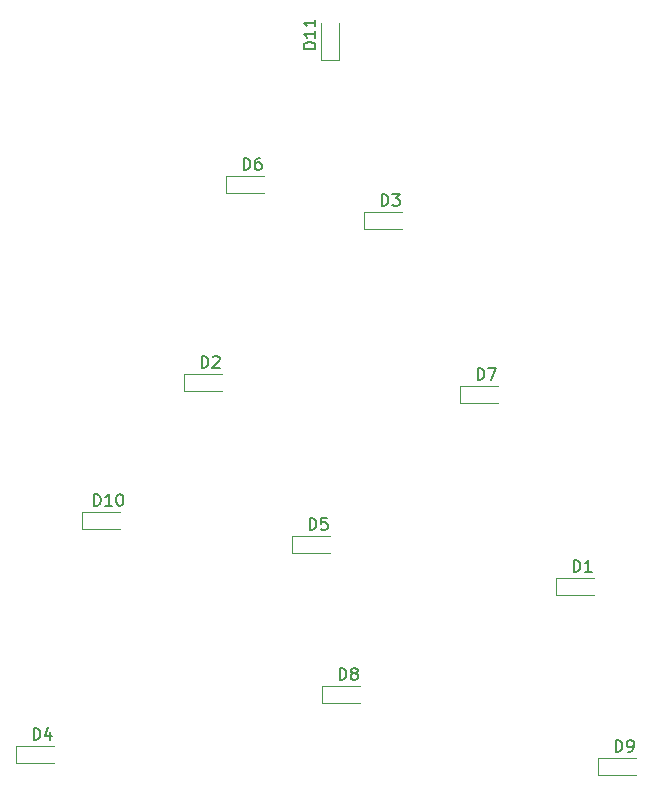
<source format=gbr>
%TF.GenerationSoftware,KiCad,Pcbnew,5.1.8-db9833491~88~ubuntu18.04.1*%
%TF.CreationDate,2020-11-25T20:35:17-08:00*%
%TF.ProjectId,xmas_ornament_2020,786d6173-5f6f-4726-9e61-6d656e745f32,rev?*%
%TF.SameCoordinates,Original*%
%TF.FileFunction,Legend,Top*%
%TF.FilePolarity,Positive*%
%FSLAX46Y46*%
G04 Gerber Fmt 4.6, Leading zero omitted, Abs format (unit mm)*
G04 Created by KiCad (PCBNEW 5.1.8-db9833491~88~ubuntu18.04.1) date 2020-11-25 20:35:17*
%MOMM*%
%LPD*%
G01*
G04 APERTURE LIST*
%ADD10C,0.120000*%
%ADD11C,0.150000*%
G04 APERTURE END LIST*
D10*
%TO.C,D1*%
X111236000Y-104382000D02*
X108036000Y-104382000D01*
X108036000Y-102882000D02*
X111236000Y-102882000D01*
X108036000Y-102882000D02*
X108036000Y-104382000D01*
%TO.C,D2*%
X79740000Y-87110000D02*
X76540000Y-87110000D01*
X76540000Y-85610000D02*
X79740000Y-85610000D01*
X76540000Y-85610000D02*
X76540000Y-87110000D01*
%TO.C,D3*%
X94980000Y-73394000D02*
X91780000Y-73394000D01*
X91780000Y-71894000D02*
X94980000Y-71894000D01*
X91780000Y-71894000D02*
X91780000Y-73394000D01*
%TO.C,D4*%
X65516000Y-118606000D02*
X62316000Y-118606000D01*
X62316000Y-117106000D02*
X65516000Y-117106000D01*
X62316000Y-117106000D02*
X62316000Y-118606000D01*
%TO.C,D5*%
X88884000Y-100826000D02*
X85684000Y-100826000D01*
X85684000Y-99326000D02*
X88884000Y-99326000D01*
X85684000Y-99326000D02*
X85684000Y-100826000D01*
%TO.C,D6*%
X83296000Y-70346000D02*
X80096000Y-70346000D01*
X80096000Y-68846000D02*
X83296000Y-68846000D01*
X80096000Y-68846000D02*
X80096000Y-70346000D01*
%TO.C,D7*%
X103108000Y-88126000D02*
X99908000Y-88126000D01*
X99908000Y-86626000D02*
X103108000Y-86626000D01*
X99908000Y-86626000D02*
X99908000Y-88126000D01*
%TO.C,D8*%
X91424000Y-113526000D02*
X88224000Y-113526000D01*
X88224000Y-112026000D02*
X91424000Y-112026000D01*
X88224000Y-112026000D02*
X88224000Y-113526000D01*
%TO.C,D9*%
X114792000Y-119622000D02*
X111592000Y-119622000D01*
X111592000Y-118122000D02*
X114792000Y-118122000D01*
X111592000Y-118122000D02*
X111592000Y-119622000D01*
%TO.C,D10*%
X71104000Y-98794000D02*
X67904000Y-98794000D01*
X67904000Y-97294000D02*
X71104000Y-97294000D01*
X67904000Y-97294000D02*
X67904000Y-98794000D01*
%TO.C,D11*%
X89650000Y-55896000D02*
X89650000Y-59096000D01*
X88150000Y-59096000D02*
X88150000Y-55896000D01*
X88150000Y-59096000D02*
X89650000Y-59096000D01*
%TO.C,D1*%
D11*
X109497904Y-102384380D02*
X109497904Y-101384380D01*
X109736000Y-101384380D01*
X109878857Y-101432000D01*
X109974095Y-101527238D01*
X110021714Y-101622476D01*
X110069333Y-101812952D01*
X110069333Y-101955809D01*
X110021714Y-102146285D01*
X109974095Y-102241523D01*
X109878857Y-102336761D01*
X109736000Y-102384380D01*
X109497904Y-102384380D01*
X111021714Y-102384380D02*
X110450285Y-102384380D01*
X110736000Y-102384380D02*
X110736000Y-101384380D01*
X110640761Y-101527238D01*
X110545523Y-101622476D01*
X110450285Y-101670095D01*
%TO.C,D2*%
X78001904Y-85112380D02*
X78001904Y-84112380D01*
X78240000Y-84112380D01*
X78382857Y-84160000D01*
X78478095Y-84255238D01*
X78525714Y-84350476D01*
X78573333Y-84540952D01*
X78573333Y-84683809D01*
X78525714Y-84874285D01*
X78478095Y-84969523D01*
X78382857Y-85064761D01*
X78240000Y-85112380D01*
X78001904Y-85112380D01*
X78954285Y-84207619D02*
X79001904Y-84160000D01*
X79097142Y-84112380D01*
X79335238Y-84112380D01*
X79430476Y-84160000D01*
X79478095Y-84207619D01*
X79525714Y-84302857D01*
X79525714Y-84398095D01*
X79478095Y-84540952D01*
X78906666Y-85112380D01*
X79525714Y-85112380D01*
%TO.C,D3*%
X93241904Y-71396380D02*
X93241904Y-70396380D01*
X93480000Y-70396380D01*
X93622857Y-70444000D01*
X93718095Y-70539238D01*
X93765714Y-70634476D01*
X93813333Y-70824952D01*
X93813333Y-70967809D01*
X93765714Y-71158285D01*
X93718095Y-71253523D01*
X93622857Y-71348761D01*
X93480000Y-71396380D01*
X93241904Y-71396380D01*
X94146666Y-70396380D02*
X94765714Y-70396380D01*
X94432380Y-70777333D01*
X94575238Y-70777333D01*
X94670476Y-70824952D01*
X94718095Y-70872571D01*
X94765714Y-70967809D01*
X94765714Y-71205904D01*
X94718095Y-71301142D01*
X94670476Y-71348761D01*
X94575238Y-71396380D01*
X94289523Y-71396380D01*
X94194285Y-71348761D01*
X94146666Y-71301142D01*
%TO.C,D4*%
X63777904Y-116608380D02*
X63777904Y-115608380D01*
X64016000Y-115608380D01*
X64158857Y-115656000D01*
X64254095Y-115751238D01*
X64301714Y-115846476D01*
X64349333Y-116036952D01*
X64349333Y-116179809D01*
X64301714Y-116370285D01*
X64254095Y-116465523D01*
X64158857Y-116560761D01*
X64016000Y-116608380D01*
X63777904Y-116608380D01*
X65206476Y-115941714D02*
X65206476Y-116608380D01*
X64968380Y-115560761D02*
X64730285Y-116275047D01*
X65349333Y-116275047D01*
%TO.C,D5*%
X87145904Y-98828380D02*
X87145904Y-97828380D01*
X87384000Y-97828380D01*
X87526857Y-97876000D01*
X87622095Y-97971238D01*
X87669714Y-98066476D01*
X87717333Y-98256952D01*
X87717333Y-98399809D01*
X87669714Y-98590285D01*
X87622095Y-98685523D01*
X87526857Y-98780761D01*
X87384000Y-98828380D01*
X87145904Y-98828380D01*
X88622095Y-97828380D02*
X88145904Y-97828380D01*
X88098285Y-98304571D01*
X88145904Y-98256952D01*
X88241142Y-98209333D01*
X88479238Y-98209333D01*
X88574476Y-98256952D01*
X88622095Y-98304571D01*
X88669714Y-98399809D01*
X88669714Y-98637904D01*
X88622095Y-98733142D01*
X88574476Y-98780761D01*
X88479238Y-98828380D01*
X88241142Y-98828380D01*
X88145904Y-98780761D01*
X88098285Y-98733142D01*
%TO.C,D6*%
X81557904Y-68348380D02*
X81557904Y-67348380D01*
X81796000Y-67348380D01*
X81938857Y-67396000D01*
X82034095Y-67491238D01*
X82081714Y-67586476D01*
X82129333Y-67776952D01*
X82129333Y-67919809D01*
X82081714Y-68110285D01*
X82034095Y-68205523D01*
X81938857Y-68300761D01*
X81796000Y-68348380D01*
X81557904Y-68348380D01*
X82986476Y-67348380D02*
X82796000Y-67348380D01*
X82700761Y-67396000D01*
X82653142Y-67443619D01*
X82557904Y-67586476D01*
X82510285Y-67776952D01*
X82510285Y-68157904D01*
X82557904Y-68253142D01*
X82605523Y-68300761D01*
X82700761Y-68348380D01*
X82891238Y-68348380D01*
X82986476Y-68300761D01*
X83034095Y-68253142D01*
X83081714Y-68157904D01*
X83081714Y-67919809D01*
X83034095Y-67824571D01*
X82986476Y-67776952D01*
X82891238Y-67729333D01*
X82700761Y-67729333D01*
X82605523Y-67776952D01*
X82557904Y-67824571D01*
X82510285Y-67919809D01*
%TO.C,D7*%
X101369904Y-86128380D02*
X101369904Y-85128380D01*
X101608000Y-85128380D01*
X101750857Y-85176000D01*
X101846095Y-85271238D01*
X101893714Y-85366476D01*
X101941333Y-85556952D01*
X101941333Y-85699809D01*
X101893714Y-85890285D01*
X101846095Y-85985523D01*
X101750857Y-86080761D01*
X101608000Y-86128380D01*
X101369904Y-86128380D01*
X102274666Y-85128380D02*
X102941333Y-85128380D01*
X102512761Y-86128380D01*
%TO.C,D8*%
X89685904Y-111528380D02*
X89685904Y-110528380D01*
X89924000Y-110528380D01*
X90066857Y-110576000D01*
X90162095Y-110671238D01*
X90209714Y-110766476D01*
X90257333Y-110956952D01*
X90257333Y-111099809D01*
X90209714Y-111290285D01*
X90162095Y-111385523D01*
X90066857Y-111480761D01*
X89924000Y-111528380D01*
X89685904Y-111528380D01*
X90828761Y-110956952D02*
X90733523Y-110909333D01*
X90685904Y-110861714D01*
X90638285Y-110766476D01*
X90638285Y-110718857D01*
X90685904Y-110623619D01*
X90733523Y-110576000D01*
X90828761Y-110528380D01*
X91019238Y-110528380D01*
X91114476Y-110576000D01*
X91162095Y-110623619D01*
X91209714Y-110718857D01*
X91209714Y-110766476D01*
X91162095Y-110861714D01*
X91114476Y-110909333D01*
X91019238Y-110956952D01*
X90828761Y-110956952D01*
X90733523Y-111004571D01*
X90685904Y-111052190D01*
X90638285Y-111147428D01*
X90638285Y-111337904D01*
X90685904Y-111433142D01*
X90733523Y-111480761D01*
X90828761Y-111528380D01*
X91019238Y-111528380D01*
X91114476Y-111480761D01*
X91162095Y-111433142D01*
X91209714Y-111337904D01*
X91209714Y-111147428D01*
X91162095Y-111052190D01*
X91114476Y-111004571D01*
X91019238Y-110956952D01*
%TO.C,D9*%
X113053904Y-117624380D02*
X113053904Y-116624380D01*
X113292000Y-116624380D01*
X113434857Y-116672000D01*
X113530095Y-116767238D01*
X113577714Y-116862476D01*
X113625333Y-117052952D01*
X113625333Y-117195809D01*
X113577714Y-117386285D01*
X113530095Y-117481523D01*
X113434857Y-117576761D01*
X113292000Y-117624380D01*
X113053904Y-117624380D01*
X114101523Y-117624380D02*
X114292000Y-117624380D01*
X114387238Y-117576761D01*
X114434857Y-117529142D01*
X114530095Y-117386285D01*
X114577714Y-117195809D01*
X114577714Y-116814857D01*
X114530095Y-116719619D01*
X114482476Y-116672000D01*
X114387238Y-116624380D01*
X114196761Y-116624380D01*
X114101523Y-116672000D01*
X114053904Y-116719619D01*
X114006285Y-116814857D01*
X114006285Y-117052952D01*
X114053904Y-117148190D01*
X114101523Y-117195809D01*
X114196761Y-117243428D01*
X114387238Y-117243428D01*
X114482476Y-117195809D01*
X114530095Y-117148190D01*
X114577714Y-117052952D01*
%TO.C,D10*%
X68889714Y-96796380D02*
X68889714Y-95796380D01*
X69127809Y-95796380D01*
X69270666Y-95844000D01*
X69365904Y-95939238D01*
X69413523Y-96034476D01*
X69461142Y-96224952D01*
X69461142Y-96367809D01*
X69413523Y-96558285D01*
X69365904Y-96653523D01*
X69270666Y-96748761D01*
X69127809Y-96796380D01*
X68889714Y-96796380D01*
X70413523Y-96796380D02*
X69842095Y-96796380D01*
X70127809Y-96796380D02*
X70127809Y-95796380D01*
X70032571Y-95939238D01*
X69937333Y-96034476D01*
X69842095Y-96082095D01*
X71032571Y-95796380D02*
X71127809Y-95796380D01*
X71223047Y-95844000D01*
X71270666Y-95891619D01*
X71318285Y-95986857D01*
X71365904Y-96177333D01*
X71365904Y-96415428D01*
X71318285Y-96605904D01*
X71270666Y-96701142D01*
X71223047Y-96748761D01*
X71127809Y-96796380D01*
X71032571Y-96796380D01*
X70937333Y-96748761D01*
X70889714Y-96701142D01*
X70842095Y-96605904D01*
X70794476Y-96415428D01*
X70794476Y-96177333D01*
X70842095Y-95986857D01*
X70889714Y-95891619D01*
X70937333Y-95844000D01*
X71032571Y-95796380D01*
%TO.C,D11*%
X87652380Y-58110285D02*
X86652380Y-58110285D01*
X86652380Y-57872190D01*
X86700000Y-57729333D01*
X86795238Y-57634095D01*
X86890476Y-57586476D01*
X87080952Y-57538857D01*
X87223809Y-57538857D01*
X87414285Y-57586476D01*
X87509523Y-57634095D01*
X87604761Y-57729333D01*
X87652380Y-57872190D01*
X87652380Y-58110285D01*
X87652380Y-56586476D02*
X87652380Y-57157904D01*
X87652380Y-56872190D02*
X86652380Y-56872190D01*
X86795238Y-56967428D01*
X86890476Y-57062666D01*
X86938095Y-57157904D01*
X87652380Y-55634095D02*
X87652380Y-56205523D01*
X87652380Y-55919809D02*
X86652380Y-55919809D01*
X86795238Y-56015047D01*
X86890476Y-56110285D01*
X86938095Y-56205523D01*
%TD*%
M02*

</source>
